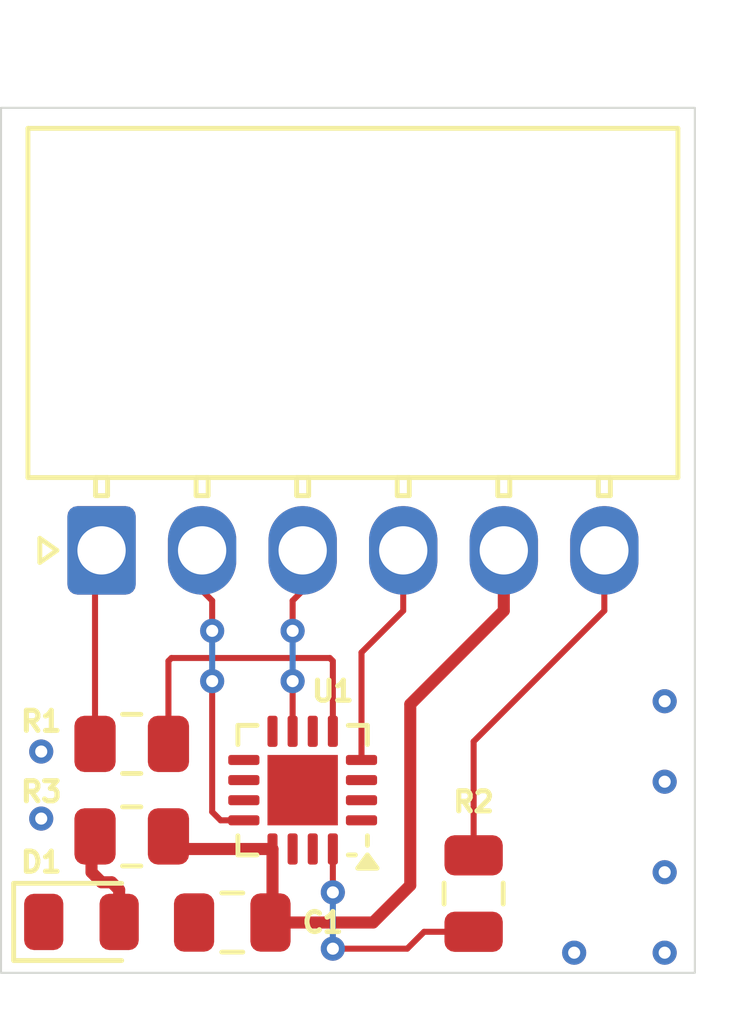
<source format=kicad_pcb>
(kicad_pcb (version 20240108) (generator "pcbnew") (generator_version "8.0")
  (layers (0 "F.Cu" signal) (31 "B.Cu" signal) (34 "B.Paste" user) (35 "F.Paste" user) (36 "B.SilkS" user "B.Silkscreen") (37 "F.SilkS" user "F.Silkscreen") (38 "B.Mask" user) (39 "F.Mask" user) (44 "Edge.Cuts" user))
  (net 0 "")
  (net 1 "GND")
  (net 2 "/VDD")
  (net 3 "/MGSLV_Input")
  (net 4 "/MAGSLV_Output")
  (net 5 "/MAG_CS")
  (net 6 "/MAG_CLK")
  (net 7 "/Mag_High")
  (net 8 "Net-(U1-~{CS})")
  (net 9 "Net-(U1-MGH)")
  (net 18 "Net-(D1-A)")
  (footprint "Resistor_SMD:R_0805_2012Metric" (layer "F.Cu") (at 145.75 93.06)
    (property "Reference" "R1" (at -2.25 -0.56 0) (layer "F.SilkS") (effects (font (size 0.5 0.5) (thickness 0.125))))
    (property "Value" "66k")
    (fp_line (start -0.227064 -0.735) (end 0.227064 -0.735) (stroke (width 0.12)) (layer "F.SilkS"))
    (fp_line (start -0.227064 0.735) (end 0.227064 0.735) (stroke (width 0.12)) (layer "F.SilkS"))
    (pad "1" smd roundrect (at -0.9125 0) (size 1.025 1.4) (layers "F.Cu" "F.Paste" "F.Mask") (roundrect_rratio 0.243902) (net 5 "/MAG_CS"))
    (pad "2" smd roundrect (at 0.9125 0) (size 1.025 1.4) (layers "F.Cu" "F.Paste" "F.Mask") (roundrect_rratio 0.243902) (net 8 "Net-(U1-~{CS})"))
  )
  (footprint "Capacitor_SMD:C_0805_2012Metric" (layer "F.Cu") (at 154.25 96.78 90)
    (property "Reference" "R2" (at 2.28 0 180) (layer "F.SilkS") (effects (font (size 0.5 0.5) (thickness 0.125))))
    (property "Value" "66k")
    (fp_line (start -0.261252 -0.735) (end 0.261252 -0.735) (stroke (width 0.12)) (layer "F.SilkS"))
    (fp_line (start -0.261252 0.735) (end 0.261252 0.735) (stroke (width 0.12)) (layer "F.SilkS"))
    (pad "1" smd roundrect (at -0.95 0 90) (size 1 1.45) (layers "F.Cu" "F.Paste" "F.Mask") (net 9 "Net-(U1-MGH)"))
    (pad "2" smd roundrect (at 0.95 0 90) (size 1 1.45) (layers "F.Cu" "F.Paste" "F.Mask") (net 7 "/Mag_High"))
  )
  (footprint "Package_DFN_QFN:QFN-16-1EP_3x3mm_P0.5mm_EP1.75x1.75mm" (layer "F.Cu") (at 150 94.21 180)
    (property "Reference" "U1" (at -0.75 2.46 0) (layer "F.SilkS") (effects (font (size 0.5 0.5) (thickness 0.125))))
    (property "Value" "MA730")
    (fp_line (start 1.61 1.61) (end 1.61 1.135) (stroke (width 0.12)) (layer "F.SilkS"))
    (fp_line (start 1.61 -1.61) (end 1.61 -1.135) (stroke (width 0.12)) (layer "F.SilkS"))
    (fp_line (start 1.135 1.61) (end 1.61 1.61) (stroke (width 0.12)) (layer "F.SilkS"))
    (fp_line (start 1.135 -1.61) (end 1.61 -1.61) (stroke (width 0.12)) (layer "F.SilkS"))
    (fp_line (start -1.135 1.61) (end -1.61 1.61) (stroke (width 0.12)) (layer "F.SilkS"))
    (fp_line (start -1.135 -1.61) (end -1.31 -1.61) (stroke (width 0.12)) (layer "F.SilkS"))
    (fp_line (start -1.61 1.61) (end -1.61 1.135) (stroke (width 0.12)) (layer "F.SilkS"))
    (fp_line (start -1.61 -1.135) (end -1.61 -1.37) (stroke (width 0.12)) (layer "F.SilkS"))
    (fp_poly (pts (xy -1.61 -1.61) (xy -1.85 -1.94) (xy -1.37 -1.94) (xy -1.61 -1.61)) (stroke (width 0.12)) (fill solid) (layer "F.SilkS"))
    (pad "1" smd roundrect (at -1.4625 -0.75 180) (size 0.775 0.25) (layers "F.Cu" "F.Paste" "F.Mask"))
    (pad "2" smd roundrect (at -1.4625 -0.25 180) (size 0.775 0.25) (layers "F.Cu" "F.Paste" "F.Mask"))
    (pad "3" smd roundrect (at -1.4625 0.25 180) (size 0.775 0.25) (layers "F.Cu" "F.Paste" "F.Mask"))
    (pad "4" smd roundrect (at -1.4625 0.75 180) (size 0.775 0.25) (layers "F.Cu" "F.Paste" "F.Mask") (net 3 "/MGSLV_Input"))
    (pad "5" smd roundrect (at -0.75 1.4625 180) (size 0.25 0.775) (layers "F.Cu" "F.Paste" "F.Mask") (net 8 "Net-(U1-~{CS})"))
    (pad "6" smd roundrect (at -0.25 1.4625 180) (size 0.25 0.775) (layers "F.Cu" "F.Paste" "F.Mask"))
    (pad "7" smd roundrect (at 0.25 1.4625 180) (size 0.25 0.775) (layers "F.Cu" "F.Paste" "F.Mask") (net 4 "/MAGSLV_Output"))
    (pad "8" smd roundrect (at 0.75 1.4625 180) (size 0.25 0.775) (layers "F.Cu" "F.Paste" "F.Mask") (net 1 "GND"))
    (pad "9" smd roundrect (at 1.4625 0.75 180) (size 0.775 0.25) (layers "F.Cu" "F.Paste" "F.Mask"))
    (pad "10" smd roundrect (at 1.4625 0.25 180) (size 0.775 0.25) (layers "F.Cu" "F.Paste" "F.Mask") (net 1 "GND"))
    (pad "11" smd roundrect (at 1.4625 -0.25 180) (size 0.775 0.25) (layers "F.Cu" "F.Paste" "F.Mask"))
    (pad "12" smd roundrect (at 1.4625 -0.75 180) (size 0.775 0.25) (layers "F.Cu" "F.Paste" "F.Mask") (net 6 "/MAG_CLK"))
    (pad "13" smd roundrect (at 0.75 -1.4625 180) (size 0.25 0.775) (layers "F.Cu" "F.Paste" "F.Mask") (net 2 "/VDD"))
    (pad "14" smd roundrect (at 0.25 -1.4625 180) (size 0.25 0.775) (layers "F.Cu" "F.Paste" "F.Mask"))
    (pad "15" smd roundrect (at -0.25 -1.4625 180) (size 0.25 0.775) (layers "F.Cu" "F.Paste" "F.Mask"))
    (pad "16" smd roundrect (at -0.75 -1.4625 180) (size 0.25 0.775) (layers "F.Cu" "F.Paste" "F.Mask") (net 9 "Net-(U1-MGH)"))
    (pad "17" smd rect (at 0 0 180) (size 1.75 1.75) (property pad_prop_heatsink) (layers "F.Cu" "F.Mask") (net 1 "GND"))
  )
  (footprint "Connector_Molex:Molex_Nano-Fit_105313-xx06_1x06_P2.50mm_Horizontal" (layer "F.Cu") (at 145 88.25 90)
    (property "Reference" "J2" (hide yes))
    (property "Value" "Conn_01x06_Socket")
    (fp_line (start 10.49 -1.83) (end 1.81 -1.83) (stroke (width 0.12)) (layer "F.SilkS"))
    (fp_line (start 1.81 -1.83) (end 1.81 14.33) (stroke (width 0.12)) (layer "F.SilkS"))
    (fp_line (start 0.3 -1.534264) (end -0.3 -1.534264) (stroke (width 0.12)) (layer "F.SilkS"))
    (fp_line (start -0.3 -1.534264) (end 0 -1.11) (stroke (width 0.12)) (layer "F.SilkS"))
    (fp_line (start 0 -1.11) (end 0.3 -1.534264) (stroke (width 0.12)) (layer "F.SilkS"))
    (fp_line (start 1.81 -0.15) (end 1.36 -0.15) (stroke (width 0.12)) (layer "F.SilkS"))
    (fp_line (start 1.36 -0.15) (end 1.36 0.15) (stroke (width 0.12)) (layer "F.SilkS"))
    (fp_line (start 1.81 0.15) (end 1.81 -0.15) (stroke (width 0.12)) (layer "F.SilkS"))
    (fp_line (start 1.36 0.15) (end 1.81 0.15) (stroke (width 0.12)) (layer "F.SilkS"))
    (fp_line (start 1.81 2.35) (end 1.36 2.35) (stroke (width 0.12)) (layer "F.SilkS"))
    (fp_line (start 1.36 2.35) (end 1.36 2.65) (stroke (width 0.12)) (layer "F.SilkS"))
    (fp_line (start 1.81 2.65) (end 1.81 2.35) (stroke (width 0.12)) (layer "F.SilkS"))
    (fp_line (start 1.36 2.65) (end 1.81 2.65) (stroke (width 0.12)) (layer "F.SilkS"))
    (fp_line (start 1.81 4.85) (end 1.36 4.85) (stroke (width 0.12)) (layer "F.SilkS"))
    (fp_line (start 1.36 4.85) (end 1.36 5.15) (stroke (width 0.12)) (layer "F.SilkS"))
    (fp_line (start 1.81 5.15) (end 1.81 4.85) (stroke (width 0.12)) (layer "F.SilkS"))
    (fp_line (start 1.36 5.15) (end 1.81 5.15) (stroke (width 0.12)) (layer "F.SilkS"))
    (fp_line (start 1.81 7.35) (end 1.36 7.35) (stroke (width 0.12)) (layer "F.SilkS"))
    (fp_line (start 1.36 7.35) (end 1.36 7.65) (stroke (width 0.12)) (layer "F.SilkS"))
    (fp_line (start 1.81 7.65) (end 1.81 7.35) (stroke (width 0.12)) (layer "F.SilkS"))
    (fp_line (start 1.36 7.65) (end 1.81 7.65) (stroke (width 0.12)) (layer "F.SilkS"))
    (fp_line (start 1.81 9.85) (end 1.36 9.85) (stroke (width 0.12)) (layer "F.SilkS"))
    (fp_line (start 1.36 9.85) (end 1.36 10.15) (stroke (width 0.12)) (layer "F.SilkS"))
    (fp_line (start 1.81 10.15) (end 1.81 9.85) (stroke (width 0.12)) (layer "F.SilkS"))
    (fp_line (start 1.36 10.15) (end 1.81 10.15) (stroke (width 0.12)) (layer "F.SilkS"))
    (fp_line (start 1.81 12.35) (end 1.36 12.35) (stroke (width 0.12)) (layer "F.SilkS"))
    (fp_line (start 1.36 12.35) (end 1.36 12.65) (stroke (width 0.12)) (layer "F.SilkS"))
    (fp_line (start 1.81 12.65) (end 1.81 12.35) (stroke (width 0.12)) (layer "F.SilkS"))
    (fp_line (start 1.36 12.65) (end 1.81 12.65) (stroke (width 0.12)) (layer "F.SilkS"))
    (fp_line (start 10.49 14.33) (end 10.49 -1.83) (stroke (width 0.12)) (layer "F.SilkS"))
    (fp_line (start 1.81 14.33) (end 10.49 14.33) (stroke (width 0.12)) (layer "F.SilkS"))
    (pad "" np_thru_hole circle (at 7.18 0 90) (size 1.7 1.7) (drill 1.7) (layers "*.Cu" "*.Mask"))
    (pad "" np_thru_hole circle (at 7.18 12.5 90) (size 1.7 1.7) (drill 1.7) (layers "*.Cu" "*.Mask"))
    (pad "1" thru_hole roundrect (at 0 0 90) (size 2.2 1.7) (drill 1.2) (layers "*.Cu" "*.Mask") (roundrect_rratio 0.147059) (net 5 "/MAG_CS"))
    (pad "2" thru_hole oval (at 0 2.5 90) (size 2.2 1.7) (drill 1.2) (layers "*.Cu" "*.Mask") (net 6 "/MAG_CLK"))
    (pad "3" thru_hole oval (at 0 5 90) (size 2.2 1.7) (drill 1.2) (layers "*.Cu" "*.Mask") (net 4 "/MAGSLV_Output"))
    (pad "4" thru_hole oval (at 0 7.5 90) (size 2.2 1.7) (drill 1.2) (layers "*.Cu" "*.Mask") (net 3 "/MGSLV_Input"))
    (pad "5" thru_hole oval (at 0 10 90) (size 2.2 1.7) (drill 1.2) (layers "*.Cu" "*.Mask") (net 2 "/VDD"))
    (pad "6" thru_hole oval (at 0 12.5 90) (size 2.2 1.7) (drill 1.2) (layers "*.Cu" "*.Mask") (net 7 "/Mag_High"))
  )
  (footprint "Capacitor_SMD:C_0805_2012Metric" (layer "F.Cu") (at 148.25 97.5)
    (property "Reference" "C1" (at 2.25 0 0) (layer "F.SilkS") (effects (font (size 0.5 0.5) (thickness 0.125))))
    (property "Value" "1uF")
    (fp_line (start -0.261252 -0.735) (end 0.261252 -0.735) (stroke (width 0.12)) (layer "F.SilkS"))
    (fp_line (start -0.261252 0.735) (end 0.261252 0.735) (stroke (width 0.12)) (layer "F.SilkS"))
    (pad "1" smd roundrect (at -0.95 0) (size 1 1.45) (layers "F.Cu" "F.Paste" "F.Mask") (net 1 "GND"))
    (pad "2" smd roundrect (at 0.95 0) (size 1 1.45) (layers "F.Cu" "F.Paste" "F.Mask") (net 2 "/VDD"))
  )
  (footprint "Resistor_SMD:R_0805_2012Metric" (layer "F.Cu") (at 145.75 95.36 180)
    (property "Reference" "R3" (at 2.25 1.11 0) (layer "F.SilkS") (effects (font (size 0.5 0.5) (thickness 0.125))))
    (property "Value" "1k")
    (fp_line (start -0.227064 0.735) (end 0.227064 0.735) (stroke (width 0.12)) (layer "F.SilkS"))
    (fp_line (start -0.227064 -0.735) (end 0.227064 -0.735) (stroke (width 0.12)) (layer "F.SilkS"))
    (pad "1" smd roundrect (at -0.9125 0 180) (size 1.025 1.4) (layers "F.Cu" "F.Paste" "F.Mask") (roundrect_rratio 0.243902) (net 2 "/VDD"))
    (pad "2" smd roundrect (at 0.9125 0 180) (size 1.025 1.4) (layers "F.Cu" "F.Paste" "F.Mask") (roundrect_rratio 0.243902) (net 18 "Net-(D1-A)"))
  )
  (footprint "LED_SMD:LED_0805_2012Metric" (layer "F.Cu") (at 144.5 97.485)
    (property "Reference" "D1" (at -1 -1.485 0) (layer "F.SilkS") (effects (font (size 0.5 0.5) (thickness 0.125))))
    (property "Value" "LED")
    (fp_line (start -1.685 -0.96) (end -1.685 0.96) (stroke (width 0.12)) (layer "F.SilkS"))
    (fp_line (start -1.685 0.96) (end 1 0.96) (stroke (width 0.12)) (layer "F.SilkS"))
    (fp_line (start 1 -0.96) (end -1.685 -0.96) (stroke (width 0.12)) (layer "F.SilkS"))
    (pad "1" smd roundrect (at -0.9375 0) (size 0.975 1.4) (layers "F.Cu" "F.Paste" "F.Mask") (net 1 "GND"))
    (pad "2" smd roundrect (at 0.9375 0) (size 0.975 1.4) (layers "F.Cu" "F.Paste" "F.Mask") (net 18 "Net-(D1-A)"))
  )
  (gr_rect (start 142.5 77.25) (end 159.75 98.75) (stroke (width 0.05)) (fill none) (layer "Edge.Cuts"))
  (via (at 143.5 94.916666) (size 0.6) (drill 0.3) (layers "F.Cu" "B.Cu") (net 0))
  (via (at 143.5 93.25) (size 0.6) (drill 0.3) (layers "F.Cu" "B.Cu") (net 0))
  (via (at 156.75 98.25) (size 0.6) (drill 0.3) (layers "F.Cu" "B.Cu") (net 0))
  (via (at 159 92) (size 0.6) (drill 0.3) (layers "F.Cu" "B.Cu") (net 0))
  (via (at 159 96.25) (size 0.6) (drill 0.3) (layers "F.Cu" "B.Cu") (net 0))
  (via (at 159 98.25) (size 0.6) (drill 0.3) (layers "F.Cu" "B.Cu") (net 0))
  (via (at 159 94) (size 0.6) (drill 0.3) (layers "F.Cu" "B.Cu") (net 0))
  (segment (start 149.2 97.5) (end 151.75 97.5) (width 0.3) (layer "F.Cu") (net 2))
  (segment (start 146.975 95.6725) (end 146.6625 95.36) (width 0.3) (layer "F.Cu") (net 2))
  (segment (start 149.25 95.675) (end 149.25 97.45) (width 0.3) (layer "F.Cu") (net 2))
  (segment (start 152.675 92.075) (end 155 89.75) (width 0.3) (layer "F.Cu") (net 2))
  (segment (start 155 89.75) (end 155 87.89) (width 0.3) (layer "F.Cu") (net 2))
  (segment (start 149.25 95.6725) (end 146.975 95.6725) (width 0.3) (layer "F.Cu") (net 2))
  (segment (start 152.675 96.575) (end 152.675 92.075) (width 0.3) (layer "F.Cu") (net 2))
  (segment (start 151.75 97.5) (end 152.675 96.575) (width 0.3) (layer "F.Cu") (net 2))
  (segment (start 149.25 97.45) (end 149.2 97.5) (width 0.3) (layer "F.Cu") (net 2))
  (segment (start 152.5 89.75) (end 152.5 87.89) (width 0.15) (layer "F.Cu") (net 3))
  (segment (start 151.4625 93.46) (end 151.4625 90.7875) (width 0.15) (layer "F.Cu") (net 3))
  (segment (start 151.4625 90.7875) (end 152.5 89.75) (width 0.15) (layer "F.Cu") (net 3))
  (segment (start 150 89.25) (end 150 87.89) (width 0.15) (layer "F.Cu") (net 4))
  (segment (start 149.75 89.5) (end 150 89.25) (width 0.15) (layer "F.Cu") (net 4))
  (segment (start 149.75 92.75) (end 149.75 91.5) (width 0.15) (layer "F.Cu") (net 4))
  (segment (start 149.75 90.25) (end 149.75 89.5) (width 0.15) (layer "F.Cu") (net 4))
  (via (at 149.75 91.5) (size 0.6) (drill 0.3) (layers "F.Cu" "B.Cu") (net 4))
  (via (at 149.75 90.25) (size 0.6) (drill 0.3) (layers "F.Cu" "B.Cu") (net 4))
  (segment (start 149.75 91.5) (end 149.75 90.25) (width 0.15) (layer "B.Cu") (net 4))
  (segment (start 144.8375 93.06) (end 144.8375 88.0525) (width 0.15) (layer "F.Cu") (net 5))
  (segment (start 144.8375 88.0525) (end 145 87.89) (width 0.15) (layer "F.Cu") (net 5))
  (segment (start 147.5 89.25) (end 147.5 87.89) (width 0.15) (layer "F.Cu") (net 6))
  (segment (start 147.96 94.96) (end 147.75 94.75) (width 0.15) (layer "F.Cu") (net 6))
  (segment (start 147.75 89.5) (end 147.5 89.25) (width 0.15) (layer "F.Cu") (net 6))
  (segment (start 147.75 94.75) (end 147.75 91.5) (width 0.15) (layer "F.Cu") (net 6))
  (segment (start 148.5375 94.96) (end 147.96 94.96) (width 0.15) (layer "F.Cu") (net 6))
  (segment (start 147.75 90.25) (end 147.75 89.5) (width 0.15) (layer "F.Cu") (net 6))
  (via (at 147.75 90.25) (size 0.6) (drill 0.3) (layers "F.Cu" "B.Cu") (net 6))
  (via (at 147.75 91.5) (size 0.6) (drill 0.3) (layers "F.Cu" "B.Cu") (net 6))
  (segment (start 147.75 91.5) (end 147.75 90.25) (width 0.15) (layer "B.Cu") (net 6))
  (segment (start 154.25 95.83) (end 154.25 93) (width 0.15) (layer "F.Cu") (net 7))
  (segment (start 157.5 89.75) (end 157.5 87.89) (width 0.15) (layer "F.Cu") (net 7))
  (segment (start 154.25 93) (end 157.5 89.75) (width 0.15) (layer "F.Cu") (net 7))
  (segment (start 150.75 91) (end 150.75 92.75) (width 0.15) (layer "F.Cu") (net 8))
  (segment (start 146.7375 90.925) (end 150.675 90.925) (width 0.15) (layer "F.Cu") (net 8))
  (segment (start 146.6625 91) (end 146.7375 90.925) (width 0.15) (layer "F.Cu") (net 8))
  (segment (start 146.6625 93.06) (end 146.6625 91) (width 0.15) (layer "F.Cu") (net 8))
  (segment (start 150.675 90.925) (end 150.75 91) (width 0.15) (layer "F.Cu") (net 8))
  (segment (start 153.02 97.73) (end 154.25 97.73) (width 0.15) (layer "F.Cu") (net 9))
  (segment (start 150.75 98.15) (end 152.6 98.15) (width 0.15) (layer "F.Cu") (net 9))
  (segment (start 152.6 98.15) (end 153.02 97.73) (width 0.15) (layer "F.Cu") (net 9))
  (segment (start 150.75 95.6725) (end 150.75 96.75) (width 0.15) (layer "F.Cu") (net 9))
  (via (at 150.75 96.75) (size 0.6) (drill 0.3) (layers "F.Cu" "B.Cu") (net 9))
  (via (at 150.75 98.15) (size 0.6) (drill 0.3) (layers "F.Cu" "B.Cu") (net 9))
  (segment (start 150.75 96.75) (end 150.75 98.15) (width 0.15) (layer "B.Cu") (net 9))
  (segment (start 145 96.5) (end 144.75 96.25) (width 0.3) (layer "F.Cu") (net 18))
  (segment (start 144.75 96.25) (end 144.75 95.4475) (width 0.3) (layer "F.Cu") (net 18))
  (segment (start 145.4375 97.485) (end 145.4375 96.6875) (width 0.3) (layer "F.Cu") (net 18))
  (segment (start 144.75 95.4475) (end 144.8375 95.36) (width 0.3) (layer "F.Cu") (net 18))
  (segment (start 145.4375 96.6875) (end 145.25 96.5) (width 0.3) (layer "F.Cu") (net 18))
  (segment (start 145.25 96.5) (end 145 96.5) (width 0.3) (layer "F.Cu") (net 18))
)
</source>
